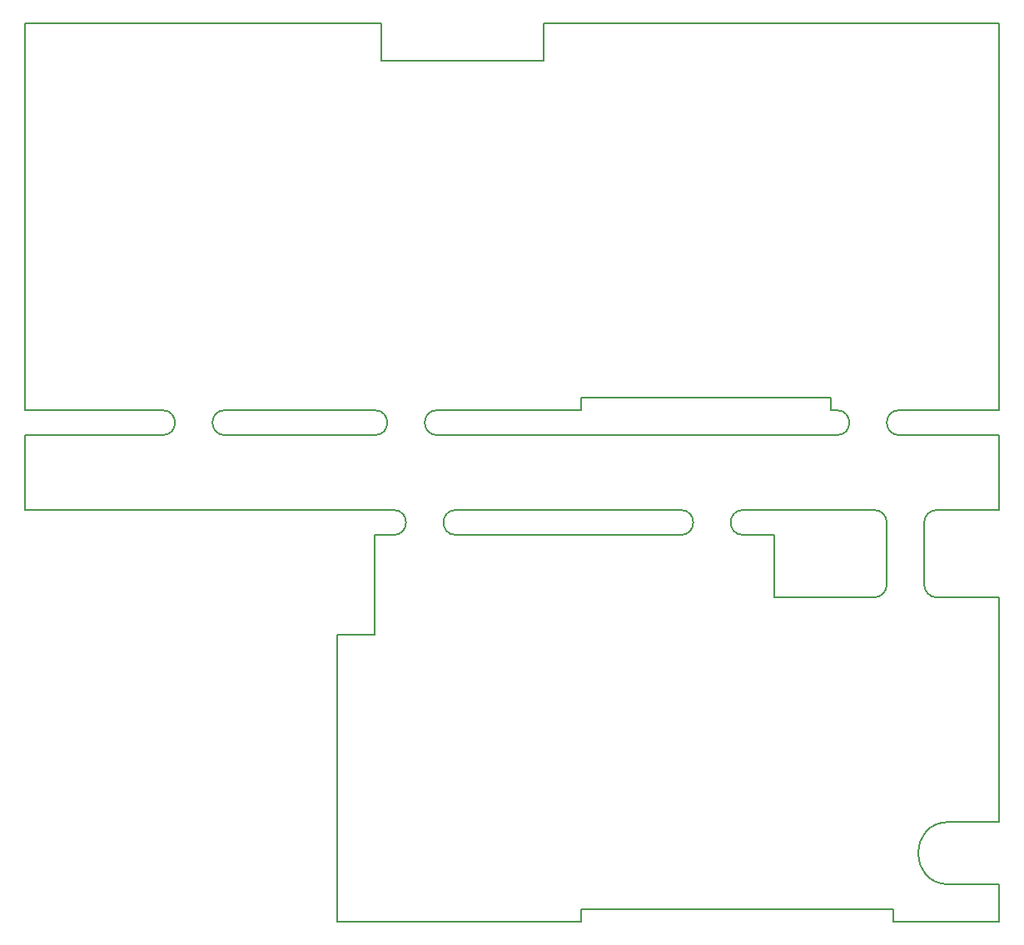
<source format=gko>
G04 #@! TF.GenerationSoftware,KiCad,Pcbnew,5.0.0-fee4fd1~65~ubuntu17.10.1*
G04 #@! TF.CreationDate,2018-10-29T15:17:38-04:00*
G04 #@! TF.ProjectId,panel,70616E656C2E6B696361645F70636200,B*
G04 #@! TF.SameCoordinates,Original*
G04 #@! TF.FileFunction,Profile,NP*
%FSLAX46Y46*%
G04 Gerber Fmt 4.6, Leading zero omitted, Abs format (unit mm)*
G04 Created by KiCad (PCBNEW 5.0.0-fee4fd1~65~ubuntu17.10.1) date Mon Oct 29 15:17:38 2018*
%MOMM*%
%LPD*%
G01*
G04 APERTURE LIST*
%ADD10C,0.150000*%
G04 APERTURE END LIST*
D10*
X167640000Y-102235000D02*
X173990000Y-102235000D01*
X151130000Y-102235000D02*
X161290000Y-102235000D01*
X147955000Y-95885000D02*
X151130000Y-95885000D01*
X118745000Y-95885000D02*
X141605000Y-95885000D01*
X110490000Y-95885000D02*
X112395000Y-95885000D01*
X88900000Y-83185000D02*
X74930000Y-83185000D01*
X110490000Y-83185000D02*
X95250000Y-83185000D01*
X131445000Y-83185000D02*
X116840000Y-83185000D01*
X157480000Y-83185000D02*
X156845000Y-83185000D01*
X173990000Y-83185000D02*
X163830000Y-83185000D01*
X112395000Y-93345000D02*
G75*
G02X112395000Y-95885000I0J-1270000D01*
G01*
X118745000Y-95885000D02*
G75*
G02X118745000Y-93345000I0J1270000D01*
G01*
X141605000Y-93345000D02*
G75*
G02X141605000Y-95885000I0J-1270000D01*
G01*
X147955000Y-95885000D02*
G75*
G02X147955000Y-93345000I0J1270000D01*
G01*
X167640000Y-102235000D02*
G75*
G02X166370000Y-100965000I0J1270000D01*
G01*
X162560000Y-100965000D02*
G75*
G02X161290000Y-102235000I-1270000J0D01*
G01*
X161290000Y-93345000D02*
G75*
G02X162560000Y-94615000I0J-1270000D01*
G01*
X166370000Y-94615000D02*
G75*
G02X167640000Y-93345000I1270000J0D01*
G01*
X166370000Y-94615000D02*
X166370000Y-100965000D01*
X162560000Y-100965000D02*
X162560000Y-94615000D01*
X95250000Y-85725000D02*
G75*
G02X95250000Y-83185000I0J1270000D01*
G01*
X110490000Y-83185000D02*
G75*
G02X110490000Y-85725000I0J-1270000D01*
G01*
X116840000Y-85725000D02*
G75*
G02X116840000Y-83185000I0J1270000D01*
G01*
X157480000Y-83185000D02*
G75*
G02X157480000Y-85725000I0J-1270000D01*
G01*
X163830000Y-85725000D02*
G75*
G02X163830000Y-83185000I0J1270000D01*
G01*
X88900000Y-83185000D02*
G75*
G02X88900000Y-85725000I0J-1270000D01*
G01*
X74930000Y-93345000D02*
X74930000Y-85725000D01*
X112395000Y-93345000D02*
X74930000Y-93345000D01*
X141605000Y-93345000D02*
X118745000Y-93345000D01*
X161290000Y-93345000D02*
X147955000Y-93345000D01*
X173990000Y-93345000D02*
X167640000Y-93345000D01*
X173990000Y-85725000D02*
X173990000Y-93345000D01*
X163830000Y-85725000D02*
X173990000Y-85725000D01*
X116840000Y-85725000D02*
X157480000Y-85725000D01*
X95250000Y-85725000D02*
X110490000Y-85725000D01*
X74930000Y-85725000D02*
X88900000Y-85725000D01*
X127635000Y-43815000D02*
X173990000Y-43815000D01*
X74930000Y-43815000D02*
X111125000Y-43815000D01*
X127635000Y-47625000D02*
X127635000Y-43815000D01*
X111125000Y-47625000D02*
X127635000Y-47625000D01*
X111125000Y-43815000D02*
X111125000Y-47625000D01*
X131445000Y-81915000D02*
X131445000Y-83185000D01*
X156845000Y-81915000D02*
X131445000Y-81915000D01*
X156845000Y-83185000D02*
X156845000Y-81915000D01*
X74930000Y-43815000D02*
X74930000Y-83185000D01*
X173990000Y-83185000D02*
X173990000Y-43815000D01*
X110490000Y-106045000D02*
X106680000Y-106045000D01*
X151130000Y-102235000D02*
X151130000Y-95885000D01*
X168910000Y-125095000D02*
G75*
G03X168910000Y-131445000I0J-3175000D01*
G01*
X173990000Y-131445000D02*
X173990000Y-135255000D01*
X173990000Y-125095000D02*
X168910000Y-125095000D01*
X173990000Y-131445000D02*
X168910000Y-131445000D01*
X110490000Y-95885000D02*
X110490000Y-106045000D01*
X173990000Y-125095000D02*
X173990000Y-102235000D01*
X163195000Y-135255000D02*
X173990000Y-135255000D01*
X163195000Y-133985000D02*
X163195000Y-135255000D01*
X131445000Y-133985000D02*
X163195000Y-133985000D01*
X131445000Y-135255000D02*
X131445000Y-133985000D01*
X106680000Y-135255000D02*
X131445000Y-135255000D01*
X106680000Y-106045000D02*
X106680000Y-135255000D01*
M02*

</source>
